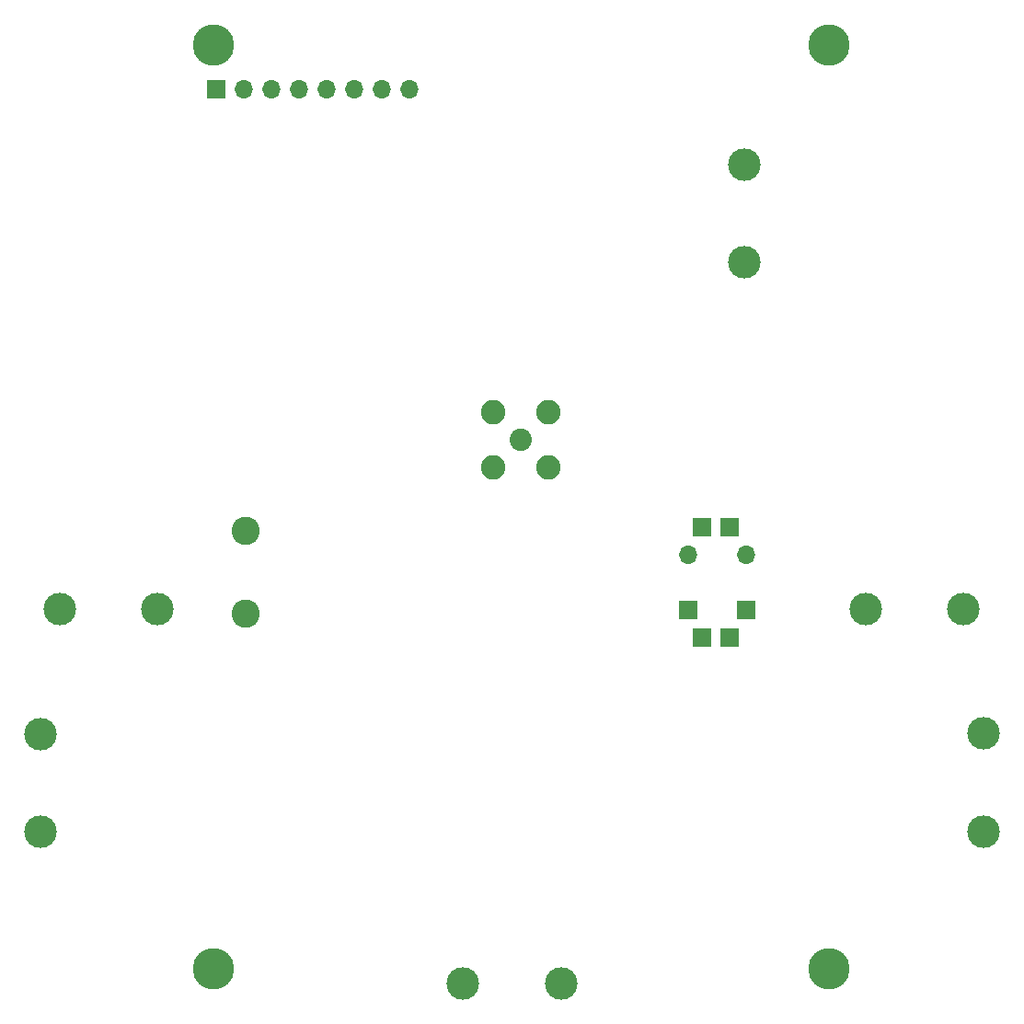
<source format=gbs>
%TF.GenerationSoftware,KiCad,Pcbnew,(6.0.5)*%
%TF.CreationDate,2023-01-23T16:46:34-08:00*%
%TF.ProjectId,Z_Panels,5a5f5061-6e65-46c7-932e-6b696361645f,rev?*%
%TF.SameCoordinates,Original*%
%TF.FileFunction,Soldermask,Bot*%
%TF.FilePolarity,Negative*%
%FSLAX46Y46*%
G04 Gerber Fmt 4.6, Leading zero omitted, Abs format (unit mm)*
G04 Created by KiCad (PCBNEW (6.0.5)) date 2023-01-23 16:46:34*
%MOMM*%
%LPD*%
G01*
G04 APERTURE LIST*
%ADD10C,3.000000*%
%ADD11C,3.800000*%
%ADD12C,2.600000*%
%ADD13R,1.700000X1.700000*%
%ADD14O,1.700000X1.700000*%
%ADD15C,2.050000*%
%ADD16C,2.250000*%
G04 APERTURE END LIST*
D10*
X150042000Y-97830000D03*
X141042000Y-97830000D03*
D11*
X155182000Y-45965600D03*
D12*
X155182000Y-45965600D03*
D13*
X202656000Y-100503000D03*
X200116000Y-100503000D03*
X198846000Y-97963000D03*
X204216000Y-97963000D03*
D14*
X204216000Y-92883000D03*
D13*
X202656000Y-90343000D03*
X200116000Y-90343000D03*
D14*
X198846000Y-92883000D03*
D10*
X187160000Y-132310000D03*
X178160000Y-132310000D03*
D12*
X158170000Y-90670000D03*
X158170000Y-98290000D03*
X211856000Y-45965600D03*
D11*
X211856000Y-45965600D03*
D10*
X204008000Y-56968000D03*
X204008000Y-65968000D03*
X226020000Y-109330000D03*
X226020000Y-118330000D03*
X224210000Y-97830000D03*
X215210000Y-97830000D03*
D11*
X211856000Y-130965600D03*
D12*
X211856000Y-130965600D03*
D10*
X139280000Y-118350000D03*
X139280000Y-109350000D03*
D12*
X155182000Y-130965600D03*
D11*
X155182000Y-130965600D03*
D13*
X155448000Y-50038000D03*
D14*
X157988000Y-50038000D03*
X160528000Y-50038000D03*
X163068000Y-50038000D03*
X165608000Y-50038000D03*
X168148000Y-50038000D03*
X170688000Y-50038000D03*
X173228000Y-50038000D03*
D15*
X183431443Y-82290965D03*
D16*
X185971443Y-79750965D03*
X180891443Y-84830965D03*
X185971443Y-84830965D03*
X180891443Y-79750965D03*
M02*

</source>
